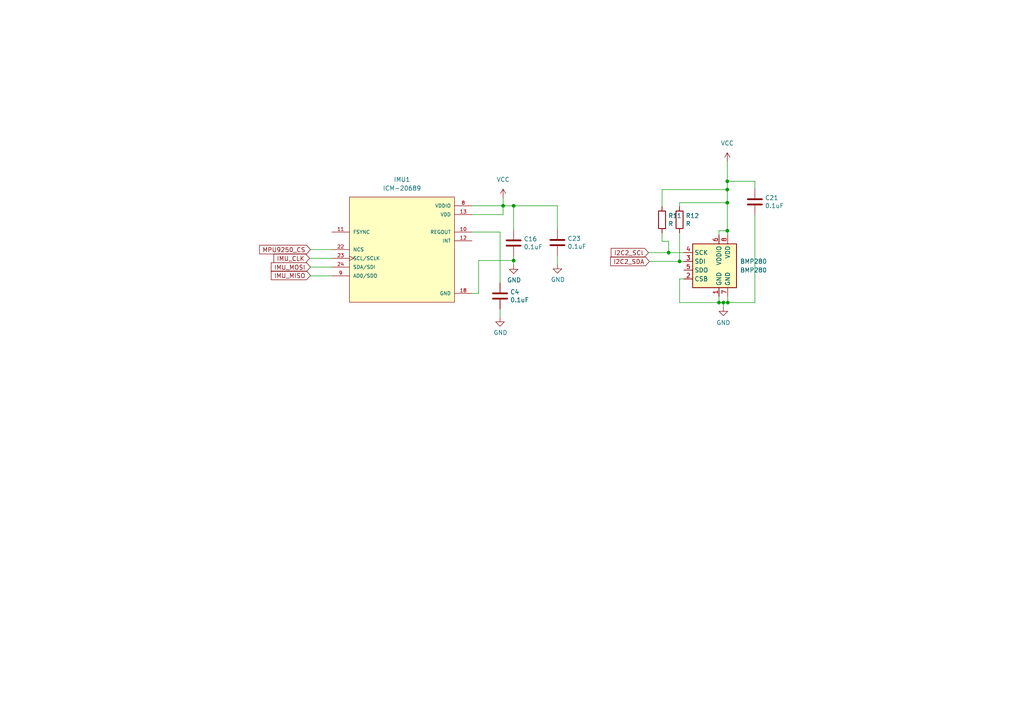
<source format=kicad_sch>
(kicad_sch (version 20230121) (generator eeschema)

  (uuid 27522169-5363-456b-b034-0c84bd509b4d)

  (paper "A4")

  (lib_symbols
    (symbol "Device:C" (pin_numbers hide) (pin_names (offset 0.254)) (in_bom yes) (on_board yes)
      (property "Reference" "C" (at 0.635 2.54 0)
        (effects (font (size 1.27 1.27)) (justify left))
      )
      (property "Value" "C" (at 0.635 -2.54 0)
        (effects (font (size 1.27 1.27)) (justify left))
      )
      (property "Footprint" "" (at 0.9652 -3.81 0)
        (effects (font (size 1.27 1.27)) hide)
      )
      (property "Datasheet" "~" (at 0 0 0)
        (effects (font (size 1.27 1.27)) hide)
      )
      (property "ki_keywords" "cap capacitor" (at 0 0 0)
        (effects (font (size 1.27 1.27)) hide)
      )
      (property "ki_description" "Unpolarized capacitor" (at 0 0 0)
        (effects (font (size 1.27 1.27)) hide)
      )
      (property "ki_fp_filters" "C_*" (at 0 0 0)
        (effects (font (size 1.27 1.27)) hide)
      )
      (symbol "C_0_1"
        (polyline
          (pts
            (xy -2.032 -0.762)
            (xy 2.032 -0.762)
          )
          (stroke (width 0.508) (type default))
          (fill (type none))
        )
        (polyline
          (pts
            (xy -2.032 0.762)
            (xy 2.032 0.762)
          )
          (stroke (width 0.508) (type default))
          (fill (type none))
        )
      )
      (symbol "C_1_1"
        (pin passive line (at 0 3.81 270) (length 2.794)
          (name "~" (effects (font (size 1.27 1.27))))
          (number "1" (effects (font (size 1.27 1.27))))
        )
        (pin passive line (at 0 -3.81 90) (length 2.794)
          (name "~" (effects (font (size 1.27 1.27))))
          (number "2" (effects (font (size 1.27 1.27))))
        )
      )
    )
    (symbol "Device:R" (pin_numbers hide) (pin_names (offset 0)) (in_bom yes) (on_board yes)
      (property "Reference" "R" (at 2.032 0 90)
        (effects (font (size 1.27 1.27)))
      )
      (property "Value" "R" (at 0 0 90)
        (effects (font (size 1.27 1.27)))
      )
      (property "Footprint" "" (at -1.778 0 90)
        (effects (font (size 1.27 1.27)) hide)
      )
      (property "Datasheet" "~" (at 0 0 0)
        (effects (font (size 1.27 1.27)) hide)
      )
      (property "ki_keywords" "R res resistor" (at 0 0 0)
        (effects (font (size 1.27 1.27)) hide)
      )
      (property "ki_description" "Resistor" (at 0 0 0)
        (effects (font (size 1.27 1.27)) hide)
      )
      (property "ki_fp_filters" "R_*" (at 0 0 0)
        (effects (font (size 1.27 1.27)) hide)
      )
      (symbol "R_0_1"
        (rectangle (start -1.016 -2.54) (end 1.016 2.54)
          (stroke (width 0.254) (type default))
          (fill (type none))
        )
      )
      (symbol "R_1_1"
        (pin passive line (at 0 3.81 270) (length 1.27)
          (name "~" (effects (font (size 1.27 1.27))))
          (number "1" (effects (font (size 1.27 1.27))))
        )
        (pin passive line (at 0 -3.81 90) (length 1.27)
          (name "~" (effects (font (size 1.27 1.27))))
          (number "2" (effects (font (size 1.27 1.27))))
        )
      )
    )
    (symbol "Sensor_Pressure:BMP280" (in_bom yes) (on_board yes)
      (property "Reference" "U" (at -7.62 10.16 0)
        (effects (font (size 1.27 1.27)) (justify left top))
      )
      (property "Value" "BMP280" (at 5.08 10.16 0)
        (effects (font (size 1.27 1.27)) (justify left top))
      )
      (property "Footprint" "Package_LGA:Bosch_LGA-8_2x2.5mm_P0.65mm_ClockwisePinNumbering" (at 0 -17.78 0)
        (effects (font (size 1.27 1.27)) hide)
      )
      (property "Datasheet" "https://ae-bst.resource.bosch.com/media/_tech/media/datasheets/BST-BMP280-DS001.pdf" (at 0 0 0)
        (effects (font (size 1.27 1.27)) hide)
      )
      (property "ki_keywords" "I2C, SPI, pressure, temperature, sensor" (at 0 0 0)
        (effects (font (size 1.27 1.27)) hide)
      )
      (property "ki_description" "Absolute Barometric Pressure Sensor, LGA-8" (at 0 0 0)
        (effects (font (size 1.27 1.27)) hide)
      )
      (property "ki_fp_filters" "Bosch*LGA*2x2.5mm*P0.65mm*" (at 0 0 0)
        (effects (font (size 1.27 1.27)) hide)
      )
      (symbol "BMP280_0_1"
        (rectangle (start -7.62 -5.08) (end 5.08 7.62)
          (stroke (width 0.254) (type default))
          (fill (type background))
        )
      )
      (symbol "BMP280_1_1"
        (pin power_in line (at 0 -7.62 90) (length 2.54)
          (name "GND" (effects (font (size 1.27 1.27))))
          (number "1" (effects (font (size 1.27 1.27))))
        )
        (pin input line (at -10.16 -2.54 0) (length 2.54)
          (name "CSB" (effects (font (size 1.27 1.27))))
          (number "2" (effects (font (size 1.27 1.27))))
        )
        (pin bidirectional line (at -10.16 2.54 0) (length 2.54)
          (name "SDI" (effects (font (size 1.27 1.27))))
          (number "3" (effects (font (size 1.27 1.27))))
        )
        (pin input line (at -10.16 5.08 0) (length 2.54)
          (name "SCK" (effects (font (size 1.27 1.27))))
          (number "4" (effects (font (size 1.27 1.27))))
        )
        (pin bidirectional line (at -10.16 0 0) (length 2.54)
          (name "SDO" (effects (font (size 1.27 1.27))))
          (number "5" (effects (font (size 1.27 1.27))))
        )
        (pin power_in line (at 0 10.16 270) (length 2.54)
          (name "VDDIO" (effects (font (size 1.27 1.27))))
          (number "6" (effects (font (size 1.27 1.27))))
        )
        (pin power_in line (at 2.54 -7.62 90) (length 2.54)
          (name "GND" (effects (font (size 1.27 1.27))))
          (number "7" (effects (font (size 1.27 1.27))))
        )
        (pin power_in line (at 2.54 10.16 270) (length 2.54)
          (name "VDD" (effects (font (size 1.27 1.27))))
          (number "8" (effects (font (size 1.27 1.27))))
        )
      )
    )
    (symbol "power:GND" (power) (pin_names (offset 0)) (in_bom yes) (on_board yes)
      (property "Reference" "#PWR" (at 0 -6.35 0)
        (effects (font (size 1.27 1.27)) hide)
      )
      (property "Value" "GND" (at 0 -3.81 0)
        (effects (font (size 1.27 1.27)))
      )
      (property "Footprint" "" (at 0 0 0)
        (effects (font (size 1.27 1.27)) hide)
      )
      (property "Datasheet" "" (at 0 0 0)
        (effects (font (size 1.27 1.27)) hide)
      )
      (property "ki_keywords" "power-flag" (at 0 0 0)
        (effects (font (size 1.27 1.27)) hide)
      )
      (property "ki_description" "Power symbol creates a global label with name \"GND\" , ground" (at 0 0 0)
        (effects (font (size 1.27 1.27)) hide)
      )
      (symbol "GND_0_1"
        (polyline
          (pts
            (xy 0 0)
            (xy 0 -1.27)
            (xy 1.27 -1.27)
            (xy 0 -2.54)
            (xy -1.27 -1.27)
            (xy 0 -1.27)
          )
          (stroke (width 0) (type default))
          (fill (type none))
        )
      )
      (symbol "GND_1_1"
        (pin power_in line (at 0 0 270) (length 0) hide
          (name "GND" (effects (font (size 1.27 1.27))))
          (number "1" (effects (font (size 1.27 1.27))))
        )
      )
    )
    (symbol "power:VCC" (power) (pin_names (offset 0)) (in_bom yes) (on_board yes)
      (property "Reference" "#PWR" (at 0 -3.81 0)
        (effects (font (size 1.27 1.27)) hide)
      )
      (property "Value" "VCC" (at 0 3.81 0)
        (effects (font (size 1.27 1.27)))
      )
      (property "Footprint" "" (at 0 0 0)
        (effects (font (size 1.27 1.27)) hide)
      )
      (property "Datasheet" "" (at 0 0 0)
        (effects (font (size 1.27 1.27)) hide)
      )
      (property "ki_keywords" "global power" (at 0 0 0)
        (effects (font (size 1.27 1.27)) hide)
      )
      (property "ki_description" "Power symbol creates a global label with name \"VCC\"" (at 0 0 0)
        (effects (font (size 1.27 1.27)) hide)
      )
      (symbol "VCC_0_1"
        (polyline
          (pts
            (xy -0.762 1.27)
            (xy 0 2.54)
          )
          (stroke (width 0) (type default))
          (fill (type none))
        )
        (polyline
          (pts
            (xy 0 0)
            (xy 0 2.54)
          )
          (stroke (width 0) (type default))
          (fill (type none))
        )
        (polyline
          (pts
            (xy 0 2.54)
            (xy 0.762 1.27)
          )
          (stroke (width 0) (type default))
          (fill (type none))
        )
      )
      (symbol "VCC_1_1"
        (pin power_in line (at 0 0 90) (length 0) hide
          (name "VCC" (effects (font (size 1.27 1.27))))
          (number "1" (effects (font (size 1.27 1.27))))
        )
      )
    )
    (symbol "stm32wb:ICM-20689" (pin_names (offset 1.016)) (in_bom yes) (on_board yes)
      (property "Reference" "U" (at -15.2635 15.7723 0)
        (effects (font (size 1.27 1.27)) (justify left bottom))
      )
      (property "Value" "ICM-20689" (at -15.265 -17.8092 0)
        (effects (font (size 1.27 1.27)) (justify left bottom))
      )
      (property "Footprint" "QFN50P400X400X95-24N" (at 0 0 0)
        (effects (font (size 1.27 1.27)) (justify bottom) hide)
      )
      (property "Datasheet" "" (at 0 0 0)
        (effects (font (size 1.27 1.27)) hide)
      )
      (property "MF" "TDK InvenSense" (at 0 0 0)
        (effects (font (size 1.27 1.27)) (justify bottom) hide)
      )
      (property "DESCRIPTION" "6-Axis Drone/Vr/Iot Solution _Pi" (at 0 0 0)
        (effects (font (size 1.27 1.27)) (justify bottom) hide)
      )
      (property "PACKAGE" "QFN-24 InvenSense" (at 0 0 0)
        (effects (font (size 1.27 1.27)) (justify bottom) hide)
      )
      (property "NOTES" "The center Exposed Pad (EP), for MPU devices is a No Connect (NC) pad. To avoid package stress, do not solder the EP to the PCB. Please refer to the document “AN-IVS-0002A-00”. As a result of these guidelines, the exposed pad has not been included on the PCB footprint. We’ve added a keep-out area under the exposed pad. Please don’t route traces or vias under the part, on the same side of the board" (at 0 0 0)
        (effects (font (size 1.27 1.27)) (justify bottom) hide)
      )
      (property "PRICE" "None" (at 0 0 0)
        (effects (font (size 1.27 1.27)) (justify bottom) hide)
      )
      (property "MP" "ICM-20689" (at 0 0 0)
        (effects (font (size 1.27 1.27)) (justify bottom) hide)
      )
      (property "AVAILABILITY" "Unavailable" (at 0 0 0)
        (effects (font (size 1.27 1.27)) (justify bottom) hide)
      )
      (symbol "ICM-20689_0_0"
        (rectangle (start -15.24 -15.24) (end 15.24 15.24)
          (stroke (width 0.1524) (type default))
          (fill (type background))
        )
        (pin output line (at 20.32 5.08 180) (length 5.08)
          (name "REGOUT" (effects (font (size 1.016 1.016))))
          (number "10" (effects (font (size 1.016 1.016))))
        )
        (pin input line (at -20.32 5.08 0) (length 5.08)
          (name "FSYNC" (effects (font (size 1.016 1.016))))
          (number "11" (effects (font (size 1.016 1.016))))
        )
        (pin output line (at 20.32 2.54 180) (length 5.08)
          (name "INT" (effects (font (size 1.016 1.016))))
          (number "12" (effects (font (size 1.016 1.016))))
        )
        (pin power_in line (at 20.32 10.16 180) (length 5.08)
          (name "VDD" (effects (font (size 1.016 1.016))))
          (number "13" (effects (font (size 1.016 1.016))))
        )
        (pin power_in line (at 20.32 -12.7 180) (length 5.08)
          (name "GND" (effects (font (size 1.016 1.016))))
          (number "18" (effects (font (size 1.016 1.016))))
        )
        (pin input line (at -20.32 0 0) (length 5.08)
          (name "NCS" (effects (font (size 1.016 1.016))))
          (number "22" (effects (font (size 1.016 1.016))))
        )
        (pin input clock (at -20.32 -2.54 0) (length 5.08)
          (name "SCL/SCLK" (effects (font (size 1.016 1.016))))
          (number "23" (effects (font (size 1.016 1.016))))
        )
        (pin bidirectional line (at -20.32 -5.08 0) (length 5.08)
          (name "SDA/SDI" (effects (font (size 1.016 1.016))))
          (number "24" (effects (font (size 1.016 1.016))))
        )
        (pin power_in line (at 20.32 12.7 180) (length 5.08)
          (name "VDDIO" (effects (font (size 1.016 1.016))))
          (number "8" (effects (font (size 1.016 1.016))))
        )
        (pin bidirectional line (at -20.32 -7.62 0) (length 5.08)
          (name "AD0/SDO" (effects (font (size 1.016 1.016))))
          (number "9" (effects (font (size 1.016 1.016))))
        )
      )
    )
  )

  (junction (at 209.804 87.757) (diameter 0) (color 0 0 0 0)
    (uuid 17e82ce5-d0a1-476a-825e-02ac5bb30af3)
  )
  (junction (at 210.947 52.578) (diameter 0) (color 0 0 0 0)
    (uuid 24736c45-93f5-4369-9079-9e5cd210b073)
  )
  (junction (at 208.534 87.757) (diameter 0) (color 0 0 0 0)
    (uuid 2e4efded-34a2-4dc3-a4c9-dc5d478b29e8)
  )
  (junction (at 210.947 58.801) (diameter 0) (color 0 0 0 0)
    (uuid 52a34391-6fb5-4727-993f-a8376defb40c)
  )
  (junction (at 148.971 59.69) (diameter 0) (color 0 0 0 0)
    (uuid 6078af12-827e-4826-a402-2970ce84e573)
  )
  (junction (at 210.947 54.991) (diameter 0) (color 0 0 0 0)
    (uuid 6fe0bad1-c18f-4cb8-8a9c-a27f59fb9d48)
  )
  (junction (at 148.971 75.565) (diameter 0) (color 0 0 0 0)
    (uuid 778362de-ae13-4918-8a1e-1e0c044a9dd7)
  )
  (junction (at 210.947 66.929) (diameter 0) (color 0 0 0 0)
    (uuid 788d5704-3dd2-4740-ac51-5403c3f9e28a)
  )
  (junction (at 145.923 59.69) (diameter 0) (color 0 0 0 0)
    (uuid a8f7cddd-91a3-4e84-b4c4-a71f4e325fdf)
  )
  (junction (at 193.929 73.279) (diameter 0) (color 0 0 0 0)
    (uuid e541408b-5a3d-4767-91c6-0f68887d22d5)
  )
  (junction (at 211.074 87.757) (diameter 0) (color 0 0 0 0)
    (uuid e9e21787-2579-41e2-865d-8c4938e2f99f)
  )
  (junction (at 197.104 75.819) (diameter 0) (color 0 0 0 0)
    (uuid feb037b3-a7b4-4915-b753-6514fc1c0522)
  )

  (wire (pts (xy 145.923 62.23) (xy 145.923 59.69))
    (stroke (width 0) (type default))
    (uuid 020d4587-e968-4512-b420-e6cce54f651b)
  )
  (wire (pts (xy 208.534 85.979) (xy 208.534 87.757))
    (stroke (width 0) (type default))
    (uuid 030a2d52-3256-45dc-a230-219babfe7a88)
  )
  (wire (pts (xy 188.341 75.819) (xy 197.104 75.819))
    (stroke (width 0) (type default))
    (uuid 0b72d693-0196-4f75-b556-d3a4d7a94258)
  )
  (wire (pts (xy 145.923 59.69) (xy 145.923 57.404))
    (stroke (width 0) (type default))
    (uuid 159f8db1-7723-40e2-9162-d5d5eae47826)
  )
  (wire (pts (xy 197.104 80.899) (xy 198.374 80.899))
    (stroke (width 0) (type default))
    (uuid 163996a6-d532-4e52-afec-5e4e04c8d318)
  )
  (wire (pts (xy 208.534 87.757) (xy 209.804 87.757))
    (stroke (width 0) (type default))
    (uuid 1bcccf7a-c63e-4844-a390-98418e713ef6)
  )
  (wire (pts (xy 197.104 58.801) (xy 210.947 58.801))
    (stroke (width 0) (type default))
    (uuid 1c09b18a-2979-4862-907f-b8236a47aa75)
  )
  (wire (pts (xy 208.534 68.199) (xy 208.534 66.929))
    (stroke (width 0) (type default))
    (uuid 24da246c-b0ed-43b6-b194-b7391a1c2918)
  )
  (wire (pts (xy 197.104 87.757) (xy 197.104 80.899))
    (stroke (width 0) (type default))
    (uuid 26775d12-13eb-472e-8005-414e089ab8bb)
  )
  (wire (pts (xy 138.811 75.565) (xy 138.811 85.09))
    (stroke (width 0) (type default))
    (uuid 2803cffa-df93-48a9-a428-23024f56545e)
  )
  (wire (pts (xy 188.087 73.279) (xy 193.929 73.279))
    (stroke (width 0) (type default))
    (uuid 2ae07c5a-8173-4237-8b97-996b09cf7632)
  )
  (wire (pts (xy 193.929 69.977) (xy 193.929 73.279))
    (stroke (width 0) (type default))
    (uuid 2e1bcd6c-6d77-42b6-bfdb-86cc4d0ff026)
  )
  (wire (pts (xy 148.971 59.69) (xy 148.971 66.675))
    (stroke (width 0) (type default))
    (uuid 2f09ca99-78dd-4528-b215-b0a681d6fb78)
  )
  (wire (pts (xy 192.024 54.991) (xy 210.947 54.991))
    (stroke (width 0) (type default))
    (uuid 2f98cb94-8be0-455d-b111-9bcb17304988)
  )
  (wire (pts (xy 90.043 77.47) (xy 96.266 77.47))
    (stroke (width 0) (type default))
    (uuid 32e0797b-f7d7-4aa3-83fd-91ebfa97c483)
  )
  (wire (pts (xy 210.947 66.929) (xy 211.074 66.929))
    (stroke (width 0) (type default))
    (uuid 39ba3ff4-7ee6-4632-88ed-12d8f2ac3ae3)
  )
  (wire (pts (xy 209.804 87.757) (xy 209.804 89.027))
    (stroke (width 0) (type default))
    (uuid 3a880524-7bb7-4eba-a1a1-159af2941db0)
  )
  (wire (pts (xy 192.024 69.977) (xy 193.929 69.977))
    (stroke (width 0) (type default))
    (uuid 509ad3db-bb14-4a61-8869-c157f11b6baf)
  )
  (wire (pts (xy 218.948 87.757) (xy 211.074 87.757))
    (stroke (width 0) (type default))
    (uuid 532eea1b-79bf-46e1-b167-4a808cd6d41e)
  )
  (wire (pts (xy 192.024 67.564) (xy 192.024 69.977))
    (stroke (width 0) (type default))
    (uuid 59299a07-9216-447d-9fa3-6de3f70f7d40)
  )
  (wire (pts (xy 136.906 62.23) (xy 145.923 62.23))
    (stroke (width 0) (type default))
    (uuid 5fe55c51-45f2-4be7-af09-723906f0793d)
  )
  (wire (pts (xy 218.948 62.357) (xy 218.948 87.757))
    (stroke (width 0) (type default))
    (uuid 6373f62c-53cc-4955-9316-355ce3cb0d65)
  )
  (wire (pts (xy 161.671 74.168) (xy 161.671 76.708))
    (stroke (width 0) (type default))
    (uuid 6eabae92-5daa-4350-a4dd-2a557edf29da)
  )
  (wire (pts (xy 148.971 75.565) (xy 148.971 76.835))
    (stroke (width 0) (type default))
    (uuid 7b040044-c002-4faa-a103-0088237b69a9)
  )
  (wire (pts (xy 136.906 59.69) (xy 145.923 59.69))
    (stroke (width 0) (type default))
    (uuid 82f8f127-ef1c-4adf-99bd-3ebbfc616b24)
  )
  (wire (pts (xy 138.811 85.09) (xy 136.906 85.09))
    (stroke (width 0) (type default))
    (uuid 8b811467-1a6a-423f-8bfe-5b75dcbcadc0)
  )
  (wire (pts (xy 161.671 59.69) (xy 161.671 66.548))
    (stroke (width 0) (type default))
    (uuid 8c26038e-11d2-46ae-80d8-a7547ca4edc5)
  )
  (wire (pts (xy 210.947 54.991) (xy 210.947 58.801))
    (stroke (width 0) (type default))
    (uuid 8dca5f34-1d43-42c7-b392-d44f9813c87c)
  )
  (wire (pts (xy 210.947 52.578) (xy 218.948 52.578))
    (stroke (width 0) (type default))
    (uuid 915eb6eb-9cae-4b36-aee8-cdd7f3c4bf1f)
  )
  (wire (pts (xy 148.971 59.69) (xy 145.923 59.69))
    (stroke (width 0) (type default))
    (uuid 91af40e8-208f-495a-8736-b83a35d86681)
  )
  (wire (pts (xy 193.929 73.279) (xy 198.374 73.279))
    (stroke (width 0) (type default))
    (uuid 91bfda71-9f6f-4719-8c17-067f4c0fb7c2)
  )
  (wire (pts (xy 145.034 89.662) (xy 145.034 92.075))
    (stroke (width 0) (type default))
    (uuid 94966b6b-8844-4ed8-84d6-7f5cc522f62f)
  )
  (wire (pts (xy 208.534 87.757) (xy 197.104 87.757))
    (stroke (width 0) (type default))
    (uuid 9f14f69b-a488-445e-9cf7-faea6bc98331)
  )
  (wire (pts (xy 210.947 52.578) (xy 210.947 54.991))
    (stroke (width 0) (type default))
    (uuid 9f1a031e-e180-4ec0-b180-7e79ab4ccce4)
  )
  (wire (pts (xy 211.074 68.199) (xy 211.074 66.929))
    (stroke (width 0) (type default))
    (uuid ae4cc182-2e35-4d8b-9cb8-e92824930ee3)
  )
  (wire (pts (xy 197.104 67.564) (xy 197.104 75.819))
    (stroke (width 0) (type default))
    (uuid b20052ff-9dfd-4725-983f-c72b6e14052e)
  )
  (wire (pts (xy 197.104 59.944) (xy 197.104 58.801))
    (stroke (width 0) (type default))
    (uuid b3869d69-670b-49e5-86c2-57818dee9efb)
  )
  (wire (pts (xy 145.034 67.31) (xy 145.034 82.042))
    (stroke (width 0) (type default))
    (uuid b5ed9ec7-81b0-4b47-8a5f-e654d6801075)
  )
  (wire (pts (xy 210.947 46.863) (xy 210.947 52.578))
    (stroke (width 0) (type default))
    (uuid c064eb8e-ac8e-4426-bdd0-e9e809814ad5)
  )
  (wire (pts (xy 90.043 72.39) (xy 96.266 72.39))
    (stroke (width 0) (type default))
    (uuid c1b8be28-e4d7-4184-8ab7-44213ce8b25a)
  )
  (wire (pts (xy 96.266 80.01) (xy 90.043 80.01))
    (stroke (width 0) (type default))
    (uuid c1d904b7-7df0-4ea5-8a36-aadaaee76347)
  )
  (wire (pts (xy 210.947 58.801) (xy 210.947 66.929))
    (stroke (width 0) (type default))
    (uuid c5c7f4cf-ddf1-4bed-83c4-803b701a31ce)
  )
  (wire (pts (xy 89.789 74.93) (xy 96.266 74.93))
    (stroke (width 0) (type default))
    (uuid ca629963-7cf4-42cd-9dfb-2118ef248fc0)
  )
  (wire (pts (xy 148.971 75.565) (xy 138.811 75.565))
    (stroke (width 0) (type default))
    (uuid cccb169b-9368-4c44-acbf-8194ea4419e9)
  )
  (wire (pts (xy 136.906 67.31) (xy 145.034 67.31))
    (stroke (width 0) (type default))
    (uuid d0c428f7-18ce-4452-aea1-2b328f354c23)
  )
  (wire (pts (xy 211.074 87.757) (xy 211.074 85.979))
    (stroke (width 0) (type default))
    (uuid d3e6cc6c-1c60-484c-b1f7-b66b86ebb39e)
  )
  (wire (pts (xy 218.948 52.578) (xy 218.948 54.737))
    (stroke (width 0) (type default))
    (uuid d9ff4de6-37f2-4893-b3f0-bd43607fa3a7)
  )
  (wire (pts (xy 148.971 74.295) (xy 148.971 75.565))
    (stroke (width 0) (type default))
    (uuid e07c79a2-a9c0-4fda-b0e3-a6a3b44e614d)
  )
  (wire (pts (xy 148.971 59.69) (xy 161.671 59.69))
    (stroke (width 0) (type default))
    (uuid e249ca86-5997-41a3-a9c4-89ca3303694b)
  )
  (wire (pts (xy 90.043 80.01) (xy 90.043 79.883))
    (stroke (width 0) (type default))
    (uuid ee28a7b0-a8cf-493f-b0ec-a0ef037745b0)
  )
  (wire (pts (xy 192.024 59.944) (xy 192.024 54.991))
    (stroke (width 0) (type default))
    (uuid f1f48028-6fb3-46fb-ba00-002926b0c995)
  )
  (wire (pts (xy 208.534 66.929) (xy 210.947 66.929))
    (stroke (width 0) (type default))
    (uuid f54243a6-8144-429c-a5f9-3dbdbdf711ee)
  )
  (wire (pts (xy 197.104 75.819) (xy 198.374 75.819))
    (stroke (width 0) (type default))
    (uuid f9714503-7c14-494b-9681-a97963c9fe4a)
  )
  (wire (pts (xy 209.804 87.757) (xy 211.074 87.757))
    (stroke (width 0) (type default))
    (uuid fc8483a5-55bc-4ca4-8ed5-c7879295d3e0)
  )

  (global_label "IMU_MISO" (shape input) (at 90.043 79.883 180) (fields_autoplaced)
    (effects (font (size 1.27 1.27)) (justify right))
    (uuid 09b1d74f-7a91-4eea-b4cd-a9cbbae3a24e)
    (property "Intersheetrefs" "${INTERSHEET_REFS}" (at 41.783 -53.467 0)
      (effects (font (size 1.27 1.27)) hide)
    )
  )
  (global_label "I2C2_SCl" (shape input) (at 188.087 73.279 180) (fields_autoplaced)
    (effects (font (size 1.27 1.27)) (justify right))
    (uuid 38c41fe9-509b-4dec-a8d5-56b29522df67)
    (property "Intersheetrefs" "${INTERSHEET_REFS}" (at 177.3499 73.279 0)
      (effects (font (size 1.27 1.27)) (justify right) hide)
    )
  )
  (global_label "IMU_CLK" (shape input) (at 89.789 74.93 180) (fields_autoplaced)
    (effects (font (size 1.27 1.27)) (justify right))
    (uuid 6a85110a-566c-4e69-8ec1-980dadde9824)
    (property "Intersheetrefs" "${INTERSHEET_REFS}" (at 41.529 -63.5 0)
      (effects (font (size 1.27 1.27)) hide)
    )
  )
  (global_label "MPU9250_CS" (shape input) (at 90.043 72.39 180) (fields_autoplaced)
    (effects (font (size 1.27 1.27)) (justify right))
    (uuid b4dd1da6-1e8a-4152-85fc-bf86f9a56b4f)
    (property "Intersheetrefs" "${INTERSHEET_REFS}" (at 41.783 -68.58 0)
      (effects (font (size 1.27 1.27)) hide)
    )
  )
  (global_label "IMU_MOSI" (shape input) (at 90.043 77.47 180) (fields_autoplaced)
    (effects (font (size 1.27 1.27)) (justify right))
    (uuid e8ed58ac-723b-4a2f-9446-73ff8f10e16a)
    (property "Intersheetrefs" "${INTERSHEET_REFS}" (at 41.783 -58.42 0)
      (effects (font (size 1.27 1.27)) hide)
    )
  )
  (global_label "I2C2_SDA" (shape input) (at 188.341 75.819 180) (fields_autoplaced)
    (effects (font (size 1.27 1.27)) (justify right))
    (uuid ec1db190-6a7b-47c0-9994-bc84bd1e884a)
    (property "Intersheetrefs" "${INTERSHEET_REFS}" (at 177.1805 75.819 0)
      (effects (font (size 1.27 1.27)) (justify right) hide)
    )
  )

  (symbol (lib_id "Device:C") (at 148.971 70.485 0) (unit 1)
    (in_bom yes) (on_board yes) (dnp no)
    (uuid 00000000-0000-0000-0000-00005f5a50ab)
    (property "Reference" "C16" (at 151.892 69.3166 0)
      (effects (font (size 1.27 1.27)) (justify left))
    )
    (property "Value" "0.1uF" (at 151.892 71.628 0)
      (effects (font (size 1.27 1.27)) (justify left))
    )
    (property "Footprint" "Capacitor_SMD:C_0603_1608Metric" (at 149.9362 74.295 0)
      (effects (font (size 1.27 1.27)) hide)
    )
    (property "Datasheet" "~" (at 148.971 70.485 0)
      (effects (font (size 1.27 1.27)) hide)
    )
    (pin "1" (uuid 238ad36e-75ed-4a02-935c-ee4aac3beba7))
    (pin "2" (uuid 894f0709-d77c-4c7f-8e7d-ce3d542c3ff7))
    (instances
      (project "Pixracer_clone"
        (path "/167b39f0-685c-4f71-95e2-28f9b2e37320/00000000-0000-0000-0000-00005f584bc5"
          (reference "C16") (unit 1)
        )
      )
    )
  )

  (symbol (lib_id "power:GND") (at 148.971 76.835 0) (unit 1)
    (in_bom yes) (on_board yes) (dnp no)
    (uuid 00000000-0000-0000-0000-00005f5a50b3)
    (property "Reference" "#PWR0122" (at 148.971 83.185 0)
      (effects (font (size 1.27 1.27)) hide)
    )
    (property "Value" "GND" (at 149.098 81.2292 0)
      (effects (font (size 1.27 1.27)))
    )
    (property "Footprint" "" (at 148.971 76.835 0)
      (effects (font (size 1.27 1.27)) hide)
    )
    (property "Datasheet" "" (at 148.971 76.835 0)
      (effects (font (size 1.27 1.27)) hide)
    )
    (pin "1" (uuid 67d0f801-83e9-4824-967d-dd8d82a15fb3))
    (instances
      (project "Pixracer_clone"
        (path "/167b39f0-685c-4f71-95e2-28f9b2e37320/00000000-0000-0000-0000-00005f584bc5"
          (reference "#PWR0122") (unit 1)
        )
      )
    )
  )

  (symbol (lib_id "Device:C") (at 161.671 70.358 0) (unit 1)
    (in_bom yes) (on_board yes) (dnp no)
    (uuid 00000000-0000-0000-0000-00005f5a50ba)
    (property "Reference" "C23" (at 164.592 69.1896 0)
      (effects (font (size 1.27 1.27)) (justify left))
    )
    (property "Value" "0.1uF" (at 164.592 71.501 0)
      (effects (font (size 1.27 1.27)) (justify left))
    )
    (property "Footprint" "Capacitor_SMD:C_0603_1608Metric" (at 162.6362 74.168 0)
      (effects (font (size 1.27 1.27)) hide)
    )
    (property "Datasheet" "~" (at 161.671 70.358 0)
      (effects (font (size 1.27 1.27)) hide)
    )
    (pin "1" (uuid 8b1aa237-066a-41cf-83fd-9bac29f5b1ac))
    (pin "2" (uuid 3dfdc730-1c26-480c-bed1-ed07129dc54c))
    (instances
      (project "Pixracer_clone"
        (path "/167b39f0-685c-4f71-95e2-28f9b2e37320/00000000-0000-0000-0000-00005f584bc5"
          (reference "C23") (unit 1)
        )
      )
    )
  )

  (symbol (lib_id "power:GND") (at 161.671 76.708 0) (unit 1)
    (in_bom yes) (on_board yes) (dnp no)
    (uuid 00000000-0000-0000-0000-00005f5a5170)
    (property "Reference" "#PWR0126" (at 161.671 83.058 0)
      (effects (font (size 1.27 1.27)) hide)
    )
    (property "Value" "GND" (at 161.798 81.1022 0)
      (effects (font (size 1.27 1.27)))
    )
    (property "Footprint" "" (at 161.671 76.708 0)
      (effects (font (size 1.27 1.27)) hide)
    )
    (property "Datasheet" "" (at 161.671 76.708 0)
      (effects (font (size 1.27 1.27)) hide)
    )
    (pin "1" (uuid 05000c97-d723-4502-a121-a446806503fd))
    (instances
      (project "Pixracer_clone"
        (path "/167b39f0-685c-4f71-95e2-28f9b2e37320/00000000-0000-0000-0000-00005f584bc5"
          (reference "#PWR0126") (unit 1)
        )
      )
    )
  )

  (symbol (lib_id "power:VCC") (at 210.947 46.863 0) (unit 1)
    (in_bom yes) (on_board yes) (dnp no) (fields_autoplaced)
    (uuid 24a5b3a6-d8a1-4ed7-a849-472e891e38d5)
    (property "Reference" "#PWR010" (at 210.947 50.673 0)
      (effects (font (size 1.27 1.27)) hide)
    )
    (property "Value" "VCC" (at 210.947 41.529 0)
      (effects (font (size 1.27 1.27)))
    )
    (property "Footprint" "" (at 210.947 46.863 0)
      (effects (font (size 1.27 1.27)) hide)
    )
    (property "Datasheet" "" (at 210.947 46.863 0)
      (effects (font (size 1.27 1.27)) hide)
    )
    (pin "1" (uuid 0ff65a51-b180-439b-979a-edfb4e9040fa))
    (instances
      (project "Pixracer_clone"
        (path "/167b39f0-685c-4f71-95e2-28f9b2e37320/00000000-0000-0000-0000-00005f584bc5"
          (reference "#PWR010") (unit 1)
        )
      )
    )
  )

  (symbol (lib_id "stm32wb:ICM-20689") (at 116.586 72.39 0) (unit 1)
    (in_bom yes) (on_board yes) (dnp no) (fields_autoplaced)
    (uuid 26faa1e9-ee64-460a-9f3e-a96e58438999)
    (property "Reference" "IMU1" (at 116.586 52.07 0)
      (effects (font (size 1.27 1.27)))
    )
    (property "Value" "ICM-20689" (at 116.586 54.61 0)
      (effects (font (size 1.27 1.27)))
    )
    (property "Footprint" "pad_connector:QFN50P400X400X95-24N" (at 116.586 72.39 0)
      (effects (font (size 1.27 1.27)) (justify bottom) hide)
    )
    (property "Datasheet" "" (at 116.586 72.39 0)
      (effects (font (size 1.27 1.27)) hide)
    )
    (property "MF" "TDK InvenSense" (at 116.586 72.39 0)
      (effects (font (size 1.27 1.27)) (justify bottom) hide)
    )
    (property "DESCRIPTION" "6-Axis Drone/Vr/Iot Solution _Pi" (at 116.586 72.39 0)
      (effects (font (size 1.27 1.27)) (justify bottom) hide)
    )
    (property "PACKAGE" "QFN-24 InvenSense" (at 116.586 72.39 0)
      (effects (font (size 1.27 1.27)) (justify bottom) hide)
    )
    (property "NOTES" "The center Exposed Pad (EP), for MPU devices is a No Connect (NC) pad. To avoid package stress, do not solder the EP to the PCB. Please refer to the document “AN-IVS-0002A-00”. As a result of these guidelines, the exposed pad has not been included on the PCB footprint. We’ve added a keep-out area under the exposed pad. Please don’t route traces or vias under the part, on the same side of the board" (at 116.586 72.39 0)
      (effects (font (size 1.27 1.27)) (justify bottom) hide)
    )
    (property "PRICE" "None" (at 116.586 72.39 0)
      (effects (font (size 1.27 1.27)) (justify bottom) hide)
    )
    (property "MP" "ICM-20689" (at 116.586 72.39 0)
      (effects (font (size 1.27 1.27)) (justify bottom) hide)
    )
    (property "AVAILABILITY" "Unavailable" (at 116.586 72.39 0)
      (effects (font (size 1.27 1.27)) (justify bottom) hide)
    )
    (pin "10" (uuid 137be4b4-e4a3-43ad-b478-ec5ea9c62b4d))
    (pin "11" (uuid da9334cc-81cc-476f-8574-f5119fa6f54e))
    (pin "12" (uuid df7b4c3a-bb0c-4274-b490-c437a239d49e))
    (pin "13" (uuid 34ce8f70-8001-4a03-b9f5-b97f22819a4c))
    (pin "18" (uuid f04e7e8e-1205-4a34-8540-af9efffecdbf))
    (pin "22" (uuid eccd1dee-5e71-4ede-967a-9a0eda4eb226))
    (pin "23" (uuid 11f09c1c-adf1-4644-9d9b-fcec49073b7b))
    (pin "24" (uuid 7e273775-a0a6-4145-b183-91378f9f8258))
    (pin "8" (uuid 1258a078-4ad0-4c58-8890-cb53029932b3))
    (pin "9" (uuid 90dd6107-e291-4641-9ab7-4da6dfa07934))
    (instances
      (project "Pixracer_clone"
        (path "/167b39f0-685c-4f71-95e2-28f9b2e37320/00000000-0000-0000-0000-00005f584bc5"
          (reference "IMU1") (unit 1)
        )
      )
    )
  )

  (symbol (lib_id "Device:R") (at 192.024 63.754 0) (unit 1)
    (in_bom yes) (on_board yes) (dnp no)
    (uuid 485cf52b-dcf1-41c7-bac2-e78851261f3c)
    (property "Reference" "R11" (at 193.802 62.5856 0)
      (effects (font (size 1.27 1.27)) (justify left))
    )
    (property "Value" "R" (at 193.802 64.897 0)
      (effects (font (size 1.27 1.27)) (justify left))
    )
    (property "Footprint" "Resistor_SMD:R_0603_1608Metric" (at 190.246 63.754 90)
      (effects (font (size 1.27 1.27)) hide)
    )
    (property "Datasheet" "~" (at 192.024 63.754 0)
      (effects (font (size 1.27 1.27)) hide)
    )
    (pin "1" (uuid b537d242-df6c-4a9d-a313-c05fd86b888a))
    (pin "2" (uuid 7b715bfa-c7af-4a0d-8d85-0e64eabdb9a2))
    (instances
      (project "Pixracer_clone"
        (path "/167b39f0-685c-4f71-95e2-28f9b2e37320/00000000-0000-0000-0000-00005f6068b8"
          (reference "R11") (unit 1)
        )
        (path "/167b39f0-685c-4f71-95e2-28f9b2e37320/00000000-0000-0000-0000-00005f584bc5"
          (reference "R16") (unit 1)
        )
      )
    )
  )

  (symbol (lib_id "Device:C") (at 145.034 85.852 0) (unit 1)
    (in_bom yes) (on_board yes) (dnp no)
    (uuid 808beb66-1161-43a5-9c13-4487ddbc4a0f)
    (property "Reference" "C4" (at 147.955 84.6836 0)
      (effects (font (size 1.27 1.27)) (justify left))
    )
    (property "Value" "0.1uF" (at 147.955 86.995 0)
      (effects (font (size 1.27 1.27)) (justify left))
    )
    (property "Footprint" "Capacitor_SMD:C_0603_1608Metric" (at 145.9992 89.662 0)
      (effects (font (size 1.27 1.27)) hide)
    )
    (property "Datasheet" "~" (at 145.034 85.852 0)
      (effects (font (size 1.27 1.27)) hide)
    )
    (pin "1" (uuid 4dcddff4-f060-4608-86ad-4f2b19b94164))
    (pin "2" (uuid c07f033d-bd39-44d2-a917-63258033767c))
    (instances
      (project "Pixracer_clone"
        (path "/167b39f0-685c-4f71-95e2-28f9b2e37320/00000000-0000-0000-0000-00005f584bc5"
          (reference "C4") (unit 1)
        )
      )
    )
  )

  (symbol (lib_id "power:GND") (at 145.034 92.075 0) (unit 1)
    (in_bom yes) (on_board yes) (dnp no)
    (uuid 86732def-462e-40d4-a2f1-4224c72efbb8)
    (property "Reference" "#PWR0123" (at 145.034 98.425 0)
      (effects (font (size 1.27 1.27)) hide)
    )
    (property "Value" "GND" (at 145.161 96.4692 0)
      (effects (font (size 1.27 1.27)))
    )
    (property "Footprint" "" (at 145.034 92.075 0)
      (effects (font (size 1.27 1.27)) hide)
    )
    (property "Datasheet" "" (at 145.034 92.075 0)
      (effects (font (size 1.27 1.27)) hide)
    )
    (pin "1" (uuid 99e3f8c2-0b30-4dd8-8ff9-4b3bf7f1c2b3))
    (instances
      (project "Pixracer_clone"
        (path "/167b39f0-685c-4f71-95e2-28f9b2e37320/00000000-0000-0000-0000-00005f584bc5"
          (reference "#PWR0123") (unit 1)
        )
      )
    )
  )

  (symbol (lib_id "Sensor_Pressure:BMP280") (at 208.534 78.359 0) (unit 1)
    (in_bom yes) (on_board yes) (dnp no) (fields_autoplaced)
    (uuid aab0a83e-5148-4fc3-90ca-dd63a814534d)
    (property "Reference" "BMP280" (at 214.63 75.819 0)
      (effects (font (size 1.27 1.27)) (justify left))
    )
    (property "Value" "BMP280" (at 214.63 78.359 0)
      (effects (font (size 1.27 1.27)) (justify left))
    )
    (property "Footprint" "Package_LGA:Bosch_LGA-8_2x2.5mm_P0.65mm_ClockwisePinNumbering" (at 208.534 96.139 0)
      (effects (font (size 1.27 1.27)) hide)
    )
    (property "Datasheet" "https://ae-bst.resource.bosch.com/media/_tech/media/datasheets/BST-BMP280-DS001.pdf" (at 208.534 78.359 0)
      (effects (font (size 1.27 1.27)) hide)
    )
    (pin "1" (uuid 6190c68d-ed5d-4df0-ba97-84425700731b))
    (pin "2" (uuid 228310bf-6166-459f-8c69-87acc475b013))
    (pin "3" (uuid 0307e8e7-5416-41b4-91ee-3d697743b69a))
    (pin "4" (uuid 59da079c-bcf8-440e-803a-47b29c80951d))
    (pin "5" (uuid 2ef24c9e-426f-4d37-b8c8-a870cfa876a5))
    (pin "6" (uuid eef20c07-8966-4737-a311-dc3456f5f05b))
    (pin "7" (uuid a4601d8e-d159-436c-b624-6cf730424633))
    (pin "8" (uuid c17f20b4-b8ac-41aa-bf7d-ac3ad161b80c))
    (instances
      (project "Pixracer_clone"
        (path "/167b39f0-685c-4f71-95e2-28f9b2e37320/00000000-0000-0000-0000-00005f584bc5"
          (reference "BMP280") (unit 1)
        )
      )
    )
  )

  (symbol (lib_id "Device:C") (at 218.948 58.547 0) (unit 1)
    (in_bom yes) (on_board yes) (dnp no)
    (uuid ad288f67-d1c7-4277-805b-f7857d5de514)
    (property "Reference" "C21" (at 221.869 57.3786 0)
      (effects (font (size 1.27 1.27)) (justify left))
    )
    (property "Value" "0.1uF" (at 221.869 59.69 0)
      (effects (font (size 1.27 1.27)) (justify left))
    )
    (property "Footprint" "Capacitor_SMD:C_0603_1608Metric" (at 219.9132 62.357 0)
      (effects (font (size 1.27 1.27)) hide)
    )
    (property "Datasheet" "~" (at 218.948 58.547 0)
      (effects (font (size 1.27 1.27)) hide)
    )
    (pin "1" (uuid cc44c093-df57-4e44-b5f0-f55e7aecee92))
    (pin "2" (uuid 6f73b4fb-9a03-49f8-929c-ba6bccf99b5f))
    (instances
      (project "Pixracer_clone"
        (path "/167b39f0-685c-4f71-95e2-28f9b2e37320/00000000-0000-0000-0000-00005f584bc5"
          (reference "C21") (unit 1)
        )
      )
    )
  )

  (symbol (lib_id "Device:R") (at 197.104 63.754 0) (unit 1)
    (in_bom yes) (on_board yes) (dnp no)
    (uuid b954300b-27aa-4726-a78c-25954a7c4b05)
    (property "Reference" "R12" (at 198.882 62.5856 0)
      (effects (font (size 1.27 1.27)) (justify left))
    )
    (property "Value" "R" (at 198.882 64.897 0)
      (effects (font (size 1.27 1.27)) (justify left))
    )
    (property "Footprint" "Resistor_SMD:R_0603_1608Metric" (at 195.326 63.754 90)
      (effects (font (size 1.27 1.27)) hide)
    )
    (property "Datasheet" "~" (at 197.104 63.754 0)
      (effects (font (size 1.27 1.27)) hide)
    )
    (pin "1" (uuid d5791d78-dfcd-4674-b45e-f82edadef712))
    (pin "2" (uuid 6afbb3a8-524a-47e3-9e57-d2c91ca242cf))
    (instances
      (project "Pixracer_clone"
        (path "/167b39f0-685c-4f71-95e2-28f9b2e37320/00000000-0000-0000-0000-00005f6068b8"
          (reference "R12") (unit 1)
        )
        (path "/167b39f0-685c-4f71-95e2-28f9b2e37320/00000000-0000-0000-0000-00005f584bc5"
          (reference "R18") (unit 1)
        )
      )
    )
  )

  (symbol (lib_id "power:VCC") (at 145.923 57.404 0) (unit 1)
    (in_bom yes) (on_board yes) (dnp no) (fields_autoplaced)
    (uuid d7cd35df-afbe-466f-b6ce-0d1d7c60867a)
    (property "Reference" "#PWR09" (at 145.923 61.214 0)
      (effects (font (size 1.27 1.27)) hide)
    )
    (property "Value" "VCC" (at 145.923 52.07 0)
      (effects (font (size 1.27 1.27)))
    )
    (property "Footprint" "" (at 145.923 57.404 0)
      (effects (font (size 1.27 1.27)) hide)
    )
    (property "Datasheet" "" (at 145.923 57.404 0)
      (effects (font (size 1.27 1.27)) hide)
    )
    (pin "1" (uuid 5c92a3b5-180b-4e47-b184-528fb1a6eb2a))
    (instances
      (project "Pixracer_clone"
        (path "/167b39f0-685c-4f71-95e2-28f9b2e37320/00000000-0000-0000-0000-00005f584bc5"
          (reference "#PWR09") (unit 1)
        )
      )
    )
  )

  (symbol (lib_id "power:GND") (at 209.804 89.027 0) (unit 1)
    (in_bom yes) (on_board yes) (dnp no) (fields_autoplaced)
    (uuid db04884b-aa87-4595-8c38-79d66fe852c2)
    (property "Reference" "#PWR0114" (at 209.804 95.377 0)
      (effects (font (size 1.27 1.27)) hide)
    )
    (property "Value" "GND" (at 209.804 93.599 0)
      (effects (font (size 1.27 1.27)))
    )
    (property "Footprint" "" (at 209.804 89.027 0)
      (effects (font (size 1.27 1.27)) hide)
    )
    (property "Datasheet" "" (at 209.804 89.027 0)
      (effects (font (size 1.27 1.27)) hide)
    )
    (pin "1" (uuid 00ed6a9a-1224-4dca-b5cd-db68262540c0))
    (instances
      (project "Pixracer_clone"
        (path "/167b39f0-685c-4f71-95e2-28f9b2e37320/00000000-0000-0000-0000-00005f584bc5"
          (reference "#PWR0114") (unit 1)
        )
      )
    )
  )
)

</source>
